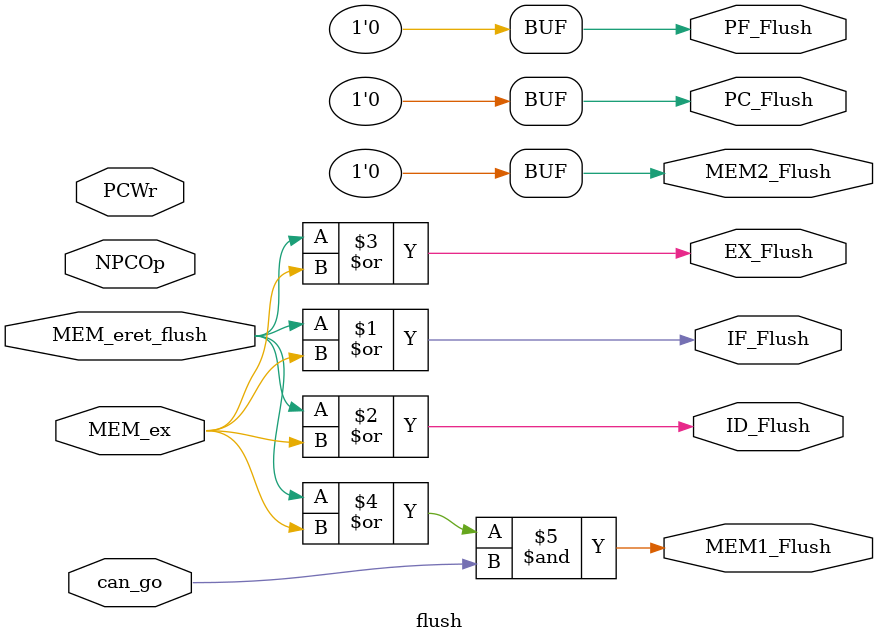
<source format=v>
module npc(
	ret_addr, NPCOp, NPC_op00, NPC_op01, NPC_op10, flush_condition_00, flush_condition_01,
	flush_condition_10, flush_condition_11, target_address_final, predict_final,
	ee, NPC_ee,

	flush_signal_PF, NPC, predict,
	EX_isBranch, EX_stall, EX_MUX7Sel, IF_stall, clk, rst
	);

	input[31:0] ret_addr;
	input[1:0] NPCOp;
	input[31:0] NPC_op00;
    input[31:0] NPC_op01;
    input[31:0] NPC_op10;
    input flush_condition_00;
    input flush_condition_01;
    input flush_condition_10;
    input flush_condition_11;
    input[31:0] target_address_final;
    input predict_final;
    input ee;
    input[31:0] NPC_ee;
	input EX_isBranch, EX_stall, EX_MUX7Sel, IF_stall, clk, rst;

	output reg[31:0] NPC;
	output flush_signal_PF;
	output reg predict;

	reg [31:0] NPC_temp;
	reg flush_signal_temp;

	always@(NPCOp, NPC_op00, NPC_op01, NPC_op10, ret_addr) begin
			case(NPCOp)
				2'b00:	NPC_temp = NPC_op00;								//sequential execution
				2'b01:	NPC_temp = NPC_op01;								//branch
				2'b10:	NPC_temp = NPC_op10;								//jump
				default:NPC_temp = ret_addr;								//jump return
			endcase
	end

	always@(ee, NPC_ee, flush_signal_temp, NPC_temp, target_address_final, predict_final) begin
		if (ee) begin
			NPC = NPC_ee;
			predict = 1'b0;
		end
		else if (flush_signal_temp) begin
			NPC = NPC_temp;
			predict = 1'b0;
		end
		else begin
			NPC = target_address_final;
			predict = predict_final;
		end
	end

	always@(NPCOp, flush_condition_00, flush_condition_01, flush_condition_10, flush_condition_11)
		case(NPCOp)
			2'b00:	flush_signal_temp = flush_condition_00;
			2'b01:	flush_signal_temp = flush_condition_01;
			2'b10:	flush_signal_temp = flush_condition_10;
			default:flush_signal_temp = flush_condition_11;
		endcase

	assign flush_signal_PF = flush_signal_temp| ee;

	reg [31:0] total;
	reg [31:0] fail;

	always @(posedge clk) begin
		if (!rst)
			total <= 32'd0;
		else if (EX_isBranch && ~EX_MUX7Sel && ~EX_stall)
			total <= total + 1;
	end

	always @(posedge clk) begin
		if (!rst)
			fail <= 32'd0;
		else if (flush_signal_temp && ~IF_stall)
			fail <= fail + 1;
	end	
	
endmodule

module flush(MEM_eret_flush, MEM_ex, NPCOp, PCWr, can_go,
		PC_Flush,PF_Flush,IF_Flush,ID_Flush,EX_Flush,MEM1_Flush,MEM2_Flush);
	input[1:0] NPCOp;
	input PCWr;
	input MEM_eret_flush;
	input MEM_ex;
	input can_go;

	output IF_Flush;
	output ID_Flush;
	output EX_Flush;
	output PC_Flush;
	output MEM1_Flush;
	output MEM2_Flush;
	output PF_Flush;

	assign IF_Flush =  (MEM_eret_flush | MEM_ex) ;
	assign ID_Flush = (MEM_eret_flush | MEM_ex) ;
	assign EX_Flush = (MEM_eret_flush | MEM_ex) ;
	assign MEM1_Flush = (MEM_eret_flush | MEM_ex) &can_go;
	assign PC_Flush = 1'b0 ;
	assign MEM2_Flush = 1'b0;
	assign PF_Flush = 1'b0 ;

endmodule
</source>
